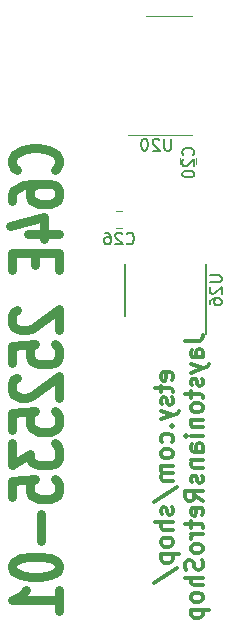
<source format=gbr>
G04 #@! TF.GenerationSoftware,KiCad,Pcbnew,(5.1.2)-1*
G04 #@! TF.CreationDate,2019-12-23T21:44:58-05:00*
G04 #@! TF.ProjectId,C64CPLA,43363443-504c-4412-9e6b-696361645f70,rev?*
G04 #@! TF.SameCoordinates,Original*
G04 #@! TF.FileFunction,Legend,Bot*
G04 #@! TF.FilePolarity,Positive*
%FSLAX46Y46*%
G04 Gerber Fmt 4.6, Leading zero omitted, Abs format (unit mm)*
G04 Created by KiCad (PCBNEW (5.1.2)-1) date 2019-12-23 21:44:58*
%MOMM*%
%LPD*%
G04 APERTURE LIST*
%ADD10C,0.300000*%
%ADD11C,0.750000*%
%ADD12C,0.150000*%
%ADD13C,0.120000*%
G04 APERTURE END LIST*
D10*
X108806142Y-86781714D02*
X108877571Y-86638857D01*
X108877571Y-86353142D01*
X108806142Y-86210285D01*
X108663285Y-86138857D01*
X108091857Y-86138857D01*
X107949000Y-86210285D01*
X107877571Y-86353142D01*
X107877571Y-86638857D01*
X107949000Y-86781714D01*
X108091857Y-86853142D01*
X108234714Y-86853142D01*
X108377571Y-86138857D01*
X107877571Y-87281714D02*
X107877571Y-87853142D01*
X107377571Y-87496000D02*
X108663285Y-87496000D01*
X108806142Y-87567428D01*
X108877571Y-87710285D01*
X108877571Y-87853142D01*
X108806142Y-88281714D02*
X108877571Y-88424571D01*
X108877571Y-88710285D01*
X108806142Y-88853142D01*
X108663285Y-88924571D01*
X108591857Y-88924571D01*
X108449000Y-88853142D01*
X108377571Y-88710285D01*
X108377571Y-88496000D01*
X108306142Y-88353142D01*
X108163285Y-88281714D01*
X108091857Y-88281714D01*
X107949000Y-88353142D01*
X107877571Y-88496000D01*
X107877571Y-88710285D01*
X107949000Y-88853142D01*
X107877571Y-89424571D02*
X108877571Y-89781714D01*
X107877571Y-90138857D02*
X108877571Y-89781714D01*
X109234714Y-89638857D01*
X109306142Y-89567428D01*
X109377571Y-89424571D01*
X108734714Y-90710285D02*
X108806142Y-90781714D01*
X108877571Y-90710285D01*
X108806142Y-90638857D01*
X108734714Y-90710285D01*
X108877571Y-90710285D01*
X108806142Y-92067428D02*
X108877571Y-91924571D01*
X108877571Y-91638857D01*
X108806142Y-91496000D01*
X108734714Y-91424571D01*
X108591857Y-91353142D01*
X108163285Y-91353142D01*
X108020428Y-91424571D01*
X107949000Y-91496000D01*
X107877571Y-91638857D01*
X107877571Y-91924571D01*
X107949000Y-92067428D01*
X108877571Y-92924571D02*
X108806142Y-92781714D01*
X108734714Y-92710285D01*
X108591857Y-92638857D01*
X108163285Y-92638857D01*
X108020428Y-92710285D01*
X107949000Y-92781714D01*
X107877571Y-92924571D01*
X107877571Y-93138857D01*
X107949000Y-93281714D01*
X108020428Y-93353142D01*
X108163285Y-93424571D01*
X108591857Y-93424571D01*
X108734714Y-93353142D01*
X108806142Y-93281714D01*
X108877571Y-93138857D01*
X108877571Y-92924571D01*
X108877571Y-94067428D02*
X107877571Y-94067428D01*
X108020428Y-94067428D02*
X107949000Y-94138857D01*
X107877571Y-94281714D01*
X107877571Y-94496000D01*
X107949000Y-94638857D01*
X108091857Y-94710285D01*
X108877571Y-94710285D01*
X108091857Y-94710285D02*
X107949000Y-94781714D01*
X107877571Y-94924571D01*
X107877571Y-95138857D01*
X107949000Y-95281714D01*
X108091857Y-95353142D01*
X108877571Y-95353142D01*
X107306142Y-97138857D02*
X109234714Y-95853142D01*
X108806142Y-97567428D02*
X108877571Y-97710285D01*
X108877571Y-97996000D01*
X108806142Y-98138857D01*
X108663285Y-98210285D01*
X108591857Y-98210285D01*
X108449000Y-98138857D01*
X108377571Y-97996000D01*
X108377571Y-97781714D01*
X108306142Y-97638857D01*
X108163285Y-97567428D01*
X108091857Y-97567428D01*
X107949000Y-97638857D01*
X107877571Y-97781714D01*
X107877571Y-97996000D01*
X107949000Y-98138857D01*
X108877571Y-98853142D02*
X107377571Y-98853142D01*
X108877571Y-99496000D02*
X108091857Y-99496000D01*
X107949000Y-99424571D01*
X107877571Y-99281714D01*
X107877571Y-99067428D01*
X107949000Y-98924571D01*
X108020428Y-98853142D01*
X108877571Y-100424571D02*
X108806142Y-100281714D01*
X108734714Y-100210285D01*
X108591857Y-100138857D01*
X108163285Y-100138857D01*
X108020428Y-100210285D01*
X107949000Y-100281714D01*
X107877571Y-100424571D01*
X107877571Y-100638857D01*
X107949000Y-100781714D01*
X108020428Y-100853142D01*
X108163285Y-100924571D01*
X108591857Y-100924571D01*
X108734714Y-100853142D01*
X108806142Y-100781714D01*
X108877571Y-100638857D01*
X108877571Y-100424571D01*
X107877571Y-101567428D02*
X109377571Y-101567428D01*
X107949000Y-101567428D02*
X107877571Y-101710285D01*
X107877571Y-101996000D01*
X107949000Y-102138857D01*
X108020428Y-102210285D01*
X108163285Y-102281714D01*
X108591857Y-102281714D01*
X108734714Y-102210285D01*
X108806142Y-102138857D01*
X108877571Y-101996000D01*
X108877571Y-101710285D01*
X108806142Y-101567428D01*
X107306142Y-103996000D02*
X109234714Y-102710285D01*
X109927571Y-83531714D02*
X110999000Y-83531714D01*
X111213285Y-83460285D01*
X111356142Y-83317428D01*
X111427571Y-83103142D01*
X111427571Y-82960285D01*
X111427571Y-84888857D02*
X110641857Y-84888857D01*
X110499000Y-84817428D01*
X110427571Y-84674571D01*
X110427571Y-84388857D01*
X110499000Y-84246000D01*
X111356142Y-84888857D02*
X111427571Y-84746000D01*
X111427571Y-84388857D01*
X111356142Y-84246000D01*
X111213285Y-84174571D01*
X111070428Y-84174571D01*
X110927571Y-84246000D01*
X110856142Y-84388857D01*
X110856142Y-84746000D01*
X110784714Y-84888857D01*
X110427571Y-85460285D02*
X111427571Y-85817428D01*
X110427571Y-86174571D02*
X111427571Y-85817428D01*
X111784714Y-85674571D01*
X111856142Y-85603142D01*
X111927571Y-85460285D01*
X111356142Y-86674571D02*
X111427571Y-86817428D01*
X111427571Y-87103142D01*
X111356142Y-87246000D01*
X111213285Y-87317428D01*
X111141857Y-87317428D01*
X110999000Y-87246000D01*
X110927571Y-87103142D01*
X110927571Y-86888857D01*
X110856142Y-86746000D01*
X110713285Y-86674571D01*
X110641857Y-86674571D01*
X110499000Y-86746000D01*
X110427571Y-86888857D01*
X110427571Y-87103142D01*
X110499000Y-87246000D01*
X110427571Y-87746000D02*
X110427571Y-88317428D01*
X109927571Y-87960285D02*
X111213285Y-87960285D01*
X111356142Y-88031714D01*
X111427571Y-88174571D01*
X111427571Y-88317428D01*
X111427571Y-89031714D02*
X111356142Y-88888857D01*
X111284714Y-88817428D01*
X111141857Y-88746000D01*
X110713285Y-88746000D01*
X110570428Y-88817428D01*
X110499000Y-88888857D01*
X110427571Y-89031714D01*
X110427571Y-89246000D01*
X110499000Y-89388857D01*
X110570428Y-89460285D01*
X110713285Y-89531714D01*
X111141857Y-89531714D01*
X111284714Y-89460285D01*
X111356142Y-89388857D01*
X111427571Y-89246000D01*
X111427571Y-89031714D01*
X110427571Y-90174571D02*
X111427571Y-90174571D01*
X110570428Y-90174571D02*
X110499000Y-90246000D01*
X110427571Y-90388857D01*
X110427571Y-90603142D01*
X110499000Y-90746000D01*
X110641857Y-90817428D01*
X111427571Y-90817428D01*
X111427571Y-91531714D02*
X110427571Y-91531714D01*
X109927571Y-91531714D02*
X109999000Y-91460285D01*
X110070428Y-91531714D01*
X109999000Y-91603142D01*
X109927571Y-91531714D01*
X110070428Y-91531714D01*
X111427571Y-92888857D02*
X110641857Y-92888857D01*
X110499000Y-92817428D01*
X110427571Y-92674571D01*
X110427571Y-92388857D01*
X110499000Y-92246000D01*
X111356142Y-92888857D02*
X111427571Y-92746000D01*
X111427571Y-92388857D01*
X111356142Y-92246000D01*
X111213285Y-92174571D01*
X111070428Y-92174571D01*
X110927571Y-92246000D01*
X110856142Y-92388857D01*
X110856142Y-92746000D01*
X110784714Y-92888857D01*
X110427571Y-93603142D02*
X111427571Y-93603142D01*
X110570428Y-93603142D02*
X110499000Y-93674571D01*
X110427571Y-93817428D01*
X110427571Y-94031714D01*
X110499000Y-94174571D01*
X110641857Y-94246000D01*
X111427571Y-94246000D01*
X111356142Y-94888857D02*
X111427571Y-95031714D01*
X111427571Y-95317428D01*
X111356142Y-95460285D01*
X111213285Y-95531714D01*
X111141857Y-95531714D01*
X110999000Y-95460285D01*
X110927571Y-95317428D01*
X110927571Y-95103142D01*
X110856142Y-94960285D01*
X110713285Y-94888857D01*
X110641857Y-94888857D01*
X110499000Y-94960285D01*
X110427571Y-95103142D01*
X110427571Y-95317428D01*
X110499000Y-95460285D01*
X111427571Y-97031714D02*
X110713285Y-96531714D01*
X111427571Y-96174571D02*
X109927571Y-96174571D01*
X109927571Y-96746000D01*
X109999000Y-96888857D01*
X110070428Y-96960285D01*
X110213285Y-97031714D01*
X110427571Y-97031714D01*
X110570428Y-96960285D01*
X110641857Y-96888857D01*
X110713285Y-96746000D01*
X110713285Y-96174571D01*
X111356142Y-98246000D02*
X111427571Y-98103142D01*
X111427571Y-97817428D01*
X111356142Y-97674571D01*
X111213285Y-97603142D01*
X110641857Y-97603142D01*
X110499000Y-97674571D01*
X110427571Y-97817428D01*
X110427571Y-98103142D01*
X110499000Y-98246000D01*
X110641857Y-98317428D01*
X110784714Y-98317428D01*
X110927571Y-97603142D01*
X110427571Y-98746000D02*
X110427571Y-99317428D01*
X109927571Y-98960285D02*
X111213285Y-98960285D01*
X111356142Y-99031714D01*
X111427571Y-99174571D01*
X111427571Y-99317428D01*
X111427571Y-99817428D02*
X110427571Y-99817428D01*
X110713285Y-99817428D02*
X110570428Y-99888857D01*
X110499000Y-99960285D01*
X110427571Y-100103142D01*
X110427571Y-100246000D01*
X111427571Y-100960285D02*
X111356142Y-100817428D01*
X111284714Y-100746000D01*
X111141857Y-100674571D01*
X110713285Y-100674571D01*
X110570428Y-100746000D01*
X110499000Y-100817428D01*
X110427571Y-100960285D01*
X110427571Y-101174571D01*
X110499000Y-101317428D01*
X110570428Y-101388857D01*
X110713285Y-101460285D01*
X111141857Y-101460285D01*
X111284714Y-101388857D01*
X111356142Y-101317428D01*
X111427571Y-101174571D01*
X111427571Y-100960285D01*
X111356142Y-102031714D02*
X111427571Y-102246000D01*
X111427571Y-102603142D01*
X111356142Y-102746000D01*
X111284714Y-102817428D01*
X111141857Y-102888857D01*
X110999000Y-102888857D01*
X110856142Y-102817428D01*
X110784714Y-102746000D01*
X110713285Y-102603142D01*
X110641857Y-102317428D01*
X110570428Y-102174571D01*
X110499000Y-102103142D01*
X110356142Y-102031714D01*
X110213285Y-102031714D01*
X110070428Y-102103142D01*
X109999000Y-102174571D01*
X109927571Y-102317428D01*
X109927571Y-102674571D01*
X109999000Y-102888857D01*
X111427571Y-103531714D02*
X109927571Y-103531714D01*
X111427571Y-104174571D02*
X110641857Y-104174571D01*
X110499000Y-104103142D01*
X110427571Y-103960285D01*
X110427571Y-103746000D01*
X110499000Y-103603142D01*
X110570428Y-103531714D01*
X111427571Y-105103142D02*
X111356142Y-104960285D01*
X111284714Y-104888857D01*
X111141857Y-104817428D01*
X110713285Y-104817428D01*
X110570428Y-104888857D01*
X110499000Y-104960285D01*
X110427571Y-105103142D01*
X110427571Y-105317428D01*
X110499000Y-105460285D01*
X110570428Y-105531714D01*
X110713285Y-105603142D01*
X111141857Y-105603142D01*
X111284714Y-105531714D01*
X111356142Y-105460285D01*
X111427571Y-105317428D01*
X111427571Y-105103142D01*
X110427571Y-106246000D02*
X111927571Y-106246000D01*
X110499000Y-106246000D02*
X110427571Y-106388857D01*
X110427571Y-106674571D01*
X110499000Y-106817428D01*
X110570428Y-106888857D01*
X110713285Y-106960285D01*
X111141857Y-106960285D01*
X111284714Y-106888857D01*
X111356142Y-106817428D01*
X111427571Y-106674571D01*
X111427571Y-106388857D01*
X111356142Y-106246000D01*
D11*
X98901071Y-69033857D02*
X99091547Y-68891000D01*
X99282023Y-68462428D01*
X99282023Y-68176714D01*
X99091547Y-67748142D01*
X98710595Y-67462428D01*
X98329642Y-67319571D01*
X97567738Y-67176714D01*
X96996309Y-67176714D01*
X96234404Y-67319571D01*
X95853452Y-67462428D01*
X95472500Y-67748142D01*
X95282023Y-68176714D01*
X95282023Y-68462428D01*
X95472500Y-68891000D01*
X95662976Y-69033857D01*
X95282023Y-71605285D02*
X95282023Y-71033857D01*
X95472500Y-70748142D01*
X95662976Y-70605285D01*
X96234404Y-70319571D01*
X96996309Y-70176714D01*
X98520119Y-70176714D01*
X98901071Y-70319571D01*
X99091547Y-70462428D01*
X99282023Y-70748142D01*
X99282023Y-71319571D01*
X99091547Y-71605285D01*
X98901071Y-71748142D01*
X98520119Y-71891000D01*
X97567738Y-71891000D01*
X97186785Y-71748142D01*
X96996309Y-71605285D01*
X96805833Y-71319571D01*
X96805833Y-70748142D01*
X96996309Y-70462428D01*
X97186785Y-70319571D01*
X97567738Y-70176714D01*
X96615357Y-74462428D02*
X99282023Y-74462428D01*
X95091547Y-73748142D02*
X97948690Y-73033857D01*
X97948690Y-74891000D01*
X97186785Y-76033857D02*
X97186785Y-77033857D01*
X99282023Y-77462428D02*
X99282023Y-76033857D01*
X95282023Y-76033857D01*
X95282023Y-77462428D01*
X95662976Y-80891000D02*
X95472500Y-81033857D01*
X95282023Y-81319571D01*
X95282023Y-82033857D01*
X95472500Y-82319571D01*
X95662976Y-82462428D01*
X96043928Y-82605285D01*
X96424880Y-82605285D01*
X96996309Y-82462428D01*
X99282023Y-80748142D01*
X99282023Y-82605285D01*
X95282023Y-85319571D02*
X95282023Y-83891000D01*
X97186785Y-83748142D01*
X96996309Y-83891000D01*
X96805833Y-84176714D01*
X96805833Y-84891000D01*
X96996309Y-85176714D01*
X97186785Y-85319571D01*
X97567738Y-85462428D01*
X98520119Y-85462428D01*
X98901071Y-85319571D01*
X99091547Y-85176714D01*
X99282023Y-84891000D01*
X99282023Y-84176714D01*
X99091547Y-83891000D01*
X98901071Y-83748142D01*
X95662976Y-86605285D02*
X95472500Y-86748142D01*
X95282023Y-87033857D01*
X95282023Y-87748142D01*
X95472500Y-88033857D01*
X95662976Y-88176714D01*
X96043928Y-88319571D01*
X96424880Y-88319571D01*
X96996309Y-88176714D01*
X99282023Y-86462428D01*
X99282023Y-88319571D01*
X95282023Y-91033857D02*
X95282023Y-89605285D01*
X97186785Y-89462428D01*
X96996309Y-89605285D01*
X96805833Y-89891000D01*
X96805833Y-90605285D01*
X96996309Y-90891000D01*
X97186785Y-91033857D01*
X97567738Y-91176714D01*
X98520119Y-91176714D01*
X98901071Y-91033857D01*
X99091547Y-90891000D01*
X99282023Y-90605285D01*
X99282023Y-89891000D01*
X99091547Y-89605285D01*
X98901071Y-89462428D01*
X95282023Y-92176714D02*
X95282023Y-94033857D01*
X96805833Y-93033857D01*
X96805833Y-93462428D01*
X96996309Y-93748142D01*
X97186785Y-93891000D01*
X97567738Y-94033857D01*
X98520119Y-94033857D01*
X98901071Y-93891000D01*
X99091547Y-93748142D01*
X99282023Y-93462428D01*
X99282023Y-92605285D01*
X99091547Y-92319571D01*
X98901071Y-92176714D01*
X95282023Y-96748142D02*
X95282023Y-95319571D01*
X97186785Y-95176714D01*
X96996309Y-95319571D01*
X96805833Y-95605285D01*
X96805833Y-96319571D01*
X96996309Y-96605285D01*
X97186785Y-96748142D01*
X97567738Y-96891000D01*
X98520119Y-96891000D01*
X98901071Y-96748142D01*
X99091547Y-96605285D01*
X99282023Y-96319571D01*
X99282023Y-95605285D01*
X99091547Y-95319571D01*
X98901071Y-95176714D01*
X97758214Y-98176714D02*
X97758214Y-100462428D01*
X95282023Y-102462428D02*
X95282023Y-102748142D01*
X95472500Y-103033857D01*
X95662976Y-103176714D01*
X96043928Y-103319571D01*
X96805833Y-103462428D01*
X97758214Y-103462428D01*
X98520119Y-103319571D01*
X98901071Y-103176714D01*
X99091547Y-103033857D01*
X99282023Y-102748142D01*
X99282023Y-102462428D01*
X99091547Y-102176714D01*
X98901071Y-102033857D01*
X98520119Y-101891000D01*
X97758214Y-101748142D01*
X96805833Y-101748142D01*
X96043928Y-101891000D01*
X95662976Y-102033857D01*
X95472500Y-102176714D01*
X95282023Y-102462428D01*
X99282023Y-106319571D02*
X99282023Y-104605285D01*
X99282023Y-105462428D02*
X95282023Y-105462428D01*
X95853452Y-105176714D01*
X96234404Y-104891000D01*
X96424880Y-104605285D01*
D12*
X104817500Y-81409500D02*
X104817500Y-76959500D01*
X111717500Y-82934500D02*
X111717500Y-76959500D01*
D13*
X104071922Y-72505500D02*
X104589078Y-72505500D01*
X104071922Y-73925500D02*
X104589078Y-73925500D01*
X109462500Y-68003922D02*
X109462500Y-68521078D01*
X110882500Y-68003922D02*
X110882500Y-68521078D01*
X108585000Y-55963500D02*
X110535000Y-55963500D01*
X108585000Y-55963500D02*
X106635000Y-55963500D01*
X108585000Y-66083500D02*
X110535000Y-66083500D01*
X108585000Y-66083500D02*
X105135000Y-66083500D01*
D12*
X112019880Y-77946404D02*
X112829404Y-77946404D01*
X112924642Y-77994023D01*
X112972261Y-78041642D01*
X113019880Y-78136880D01*
X113019880Y-78327357D01*
X112972261Y-78422595D01*
X112924642Y-78470214D01*
X112829404Y-78517833D01*
X112019880Y-78517833D01*
X112115119Y-78946404D02*
X112067500Y-78994023D01*
X112019880Y-79089261D01*
X112019880Y-79327357D01*
X112067500Y-79422595D01*
X112115119Y-79470214D01*
X112210357Y-79517833D01*
X112305595Y-79517833D01*
X112448452Y-79470214D01*
X113019880Y-78898785D01*
X113019880Y-79517833D01*
X112019880Y-80374976D02*
X112019880Y-80184500D01*
X112067500Y-80089261D01*
X112115119Y-80041642D01*
X112257976Y-79946404D01*
X112448452Y-79898785D01*
X112829404Y-79898785D01*
X112924642Y-79946404D01*
X112972261Y-79994023D01*
X113019880Y-80089261D01*
X113019880Y-80279738D01*
X112972261Y-80374976D01*
X112924642Y-80422595D01*
X112829404Y-80470214D01*
X112591309Y-80470214D01*
X112496071Y-80422595D01*
X112448452Y-80374976D01*
X112400833Y-80279738D01*
X112400833Y-80089261D01*
X112448452Y-79994023D01*
X112496071Y-79946404D01*
X112591309Y-79898785D01*
X104973357Y-75222642D02*
X105020976Y-75270261D01*
X105163833Y-75317880D01*
X105259071Y-75317880D01*
X105401928Y-75270261D01*
X105497166Y-75175023D01*
X105544785Y-75079785D01*
X105592404Y-74889309D01*
X105592404Y-74746452D01*
X105544785Y-74555976D01*
X105497166Y-74460738D01*
X105401928Y-74365500D01*
X105259071Y-74317880D01*
X105163833Y-74317880D01*
X105020976Y-74365500D01*
X104973357Y-74413119D01*
X104592404Y-74413119D02*
X104544785Y-74365500D01*
X104449547Y-74317880D01*
X104211452Y-74317880D01*
X104116214Y-74365500D01*
X104068595Y-74413119D01*
X104020976Y-74508357D01*
X104020976Y-74603595D01*
X104068595Y-74746452D01*
X104640023Y-75317880D01*
X104020976Y-75317880D01*
X103163833Y-74317880D02*
X103354309Y-74317880D01*
X103449547Y-74365500D01*
X103497166Y-74413119D01*
X103592404Y-74555976D01*
X103640023Y-74746452D01*
X103640023Y-75127404D01*
X103592404Y-75222642D01*
X103544785Y-75270261D01*
X103449547Y-75317880D01*
X103259071Y-75317880D01*
X103163833Y-75270261D01*
X103116214Y-75222642D01*
X103068595Y-75127404D01*
X103068595Y-74889309D01*
X103116214Y-74794071D01*
X103163833Y-74746452D01*
X103259071Y-74698833D01*
X103449547Y-74698833D01*
X103544785Y-74746452D01*
X103592404Y-74794071D01*
X103640023Y-74889309D01*
X110593142Y-67746642D02*
X110640761Y-67699023D01*
X110688380Y-67556166D01*
X110688380Y-67460928D01*
X110640761Y-67318071D01*
X110545523Y-67222833D01*
X110450285Y-67175214D01*
X110259809Y-67127595D01*
X110116952Y-67127595D01*
X109926476Y-67175214D01*
X109831238Y-67222833D01*
X109736000Y-67318071D01*
X109688380Y-67460928D01*
X109688380Y-67556166D01*
X109736000Y-67699023D01*
X109783619Y-67746642D01*
X109783619Y-68127595D02*
X109736000Y-68175214D01*
X109688380Y-68270452D01*
X109688380Y-68508547D01*
X109736000Y-68603785D01*
X109783619Y-68651404D01*
X109878857Y-68699023D01*
X109974095Y-68699023D01*
X110116952Y-68651404D01*
X110688380Y-68079976D01*
X110688380Y-68699023D01*
X109688380Y-69318071D02*
X109688380Y-69413309D01*
X109736000Y-69508547D01*
X109783619Y-69556166D01*
X109878857Y-69603785D01*
X110069333Y-69651404D01*
X110307428Y-69651404D01*
X110497904Y-69603785D01*
X110593142Y-69556166D01*
X110640761Y-69508547D01*
X110688380Y-69413309D01*
X110688380Y-69318071D01*
X110640761Y-69222833D01*
X110593142Y-69175214D01*
X110497904Y-69127595D01*
X110307428Y-69079976D01*
X110069333Y-69079976D01*
X109878857Y-69127595D01*
X109783619Y-69175214D01*
X109736000Y-69222833D01*
X109688380Y-69318071D01*
X108743595Y-66375880D02*
X108743595Y-67185404D01*
X108695976Y-67280642D01*
X108648357Y-67328261D01*
X108553119Y-67375880D01*
X108362642Y-67375880D01*
X108267404Y-67328261D01*
X108219785Y-67280642D01*
X108172166Y-67185404D01*
X108172166Y-66375880D01*
X107743595Y-66471119D02*
X107695976Y-66423500D01*
X107600738Y-66375880D01*
X107362642Y-66375880D01*
X107267404Y-66423500D01*
X107219785Y-66471119D01*
X107172166Y-66566357D01*
X107172166Y-66661595D01*
X107219785Y-66804452D01*
X107791214Y-67375880D01*
X107172166Y-67375880D01*
X106553119Y-66375880D02*
X106457880Y-66375880D01*
X106362642Y-66423500D01*
X106315023Y-66471119D01*
X106267404Y-66566357D01*
X106219785Y-66756833D01*
X106219785Y-66994928D01*
X106267404Y-67185404D01*
X106315023Y-67280642D01*
X106362642Y-67328261D01*
X106457880Y-67375880D01*
X106553119Y-67375880D01*
X106648357Y-67328261D01*
X106695976Y-67280642D01*
X106743595Y-67185404D01*
X106791214Y-66994928D01*
X106791214Y-66756833D01*
X106743595Y-66566357D01*
X106695976Y-66471119D01*
X106648357Y-66423500D01*
X106553119Y-66375880D01*
M02*

</source>
